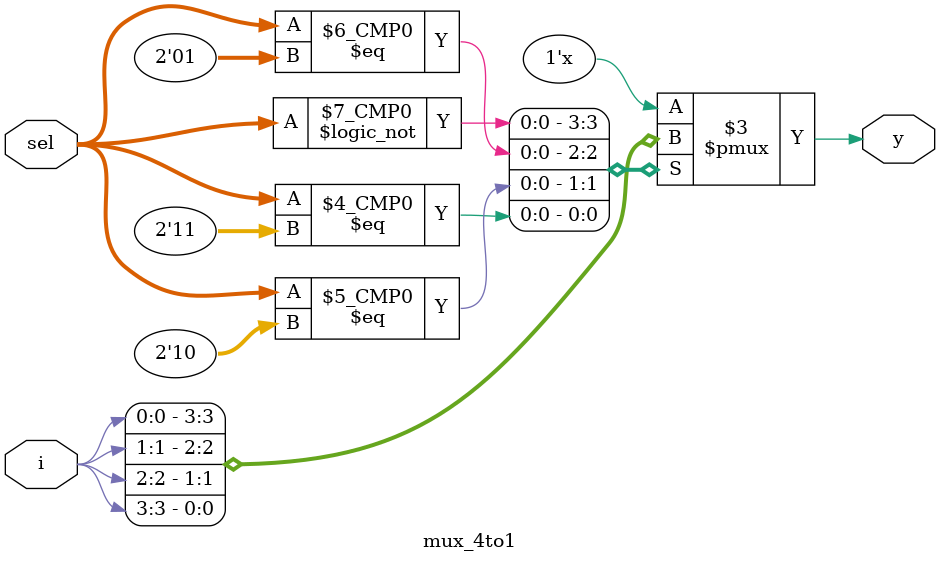
<source format=v>
module mux_4to1 (output reg y,
                input wire [3:0] i,
                input wire [1:0]sel
    
);

initial
    $display("debugging complete!");

always @(*) begin
    
    case (sel)

        2'b00: y=i[0];
        2'b01: y=i[1];
        2'b10: y=i[2];
        2'b11: y=i[3];
        default : y=1'bx; 

    endcase
end

endmodule //mux_4to1
</source>
